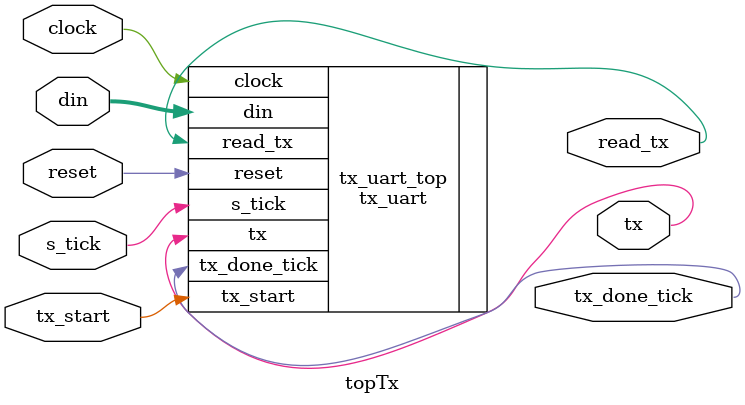
<source format=v>
`timescale 1ns / 1ps

module topTx
#(
    parameter   NB_DATA = 8
)
(
    input [NB_DATA-1:0] din,
    input               s_tick,
    input               tx_start,
    input               clock,
    input               reset,
    
    output              read_tx,
    output              tx_done_tick,
    output              tx  
);
    
    tx_uart tx_uart_top(
        .reset(reset),                  .clock(clock),
        .din(din),                      .s_tick(s_tick), 
        .tx_start(tx_start),            .read_tx(read_tx),
        .tx_done_tick(tx_done_tick),    .tx(tx)
    );
    
endmodule

</source>
